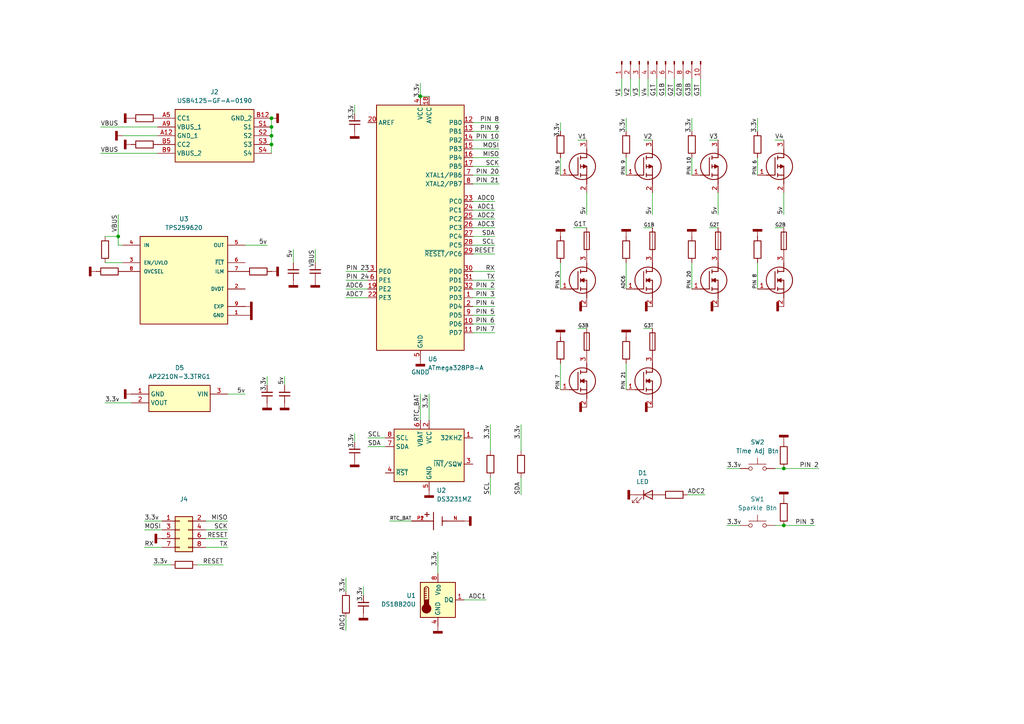
<source format=kicad_sch>
(kicad_sch (version 20231120) (generator "eeschema") (generator_version "8.0")
  (paper "A4")
  (junction (at 121.92 27.94))
  (junction (at 227.33 152.4))
  (junction (at 227.33 135.89))
  (junction (at 78.74 39.37))
  (junction (at 78.74 34.29))
  (junction (at 78.74 41.91))
  (junction (at 34.29 68.58))
  (junction (at 78.74 36.83))
  (wire (pts (xy 44.45 163.83) (xy 49.53 163.83)))
  (wire (pts (xy 121.92 114.3) (xy 121.92 121.92)))
  (wire (pts (xy 85.09 76.2) (xy 85.09 72.39)))
  (wire (pts (xy 162.56 76.2) (xy 162.56 83.82)))
  (wire (pts (xy 34.29 68.58) (xy 34.29 71.12)))
  (wire (pts (xy 181.61 76.2) (xy 181.61 83.82)))
  (wire (pts (xy 106.68 129.54) (xy 111.76 129.54)))
  (wire (pts (xy 102.87 125.73) (xy 102.87 128.27)))
  (wire (pts (xy 30.48 68.58) (xy 34.29 68.58)))
  (wire (pts (xy 137.16 78.74) (xy 143.51 78.74)))
  (wire (pts (xy 151.13 123.19) (xy 151.13 130.81)))
  (wire (pts (xy 30.48 76.2) (xy 35.56 76.2)))
  (wire (pts (xy 137.16 40.64) (xy 144.78 40.64)))
  (wire (pts (xy 182.88 22.86) (xy 182.88 27.94)))
  (wire (pts (xy 193.04 22.86) (xy 193.04 27.94)))
  (wire (pts (xy 102.87 30.48) (xy 102.87 33.02)))
  (wire (pts (xy 200.66 45.72) (xy 200.66 50.8)))
  (wire (pts (xy 57.15 163.83) (xy 64.77 163.83)))
  (wire (pts (xy 113.03 151.13) (xy 119.38 151.13)))
  (wire (pts (xy 106.68 127) (xy 111.76 127)))
  (wire (pts (xy 137.16 53.34) (xy 144.78 53.34)))
  (wire (pts (xy 34.29 71.12) (xy 35.56 71.12)))
  (wire (pts (xy 137.16 66.04) (xy 143.51 66.04)))
  (wire (pts (xy 137.16 83.82) (xy 143.51 83.82)))
  (wire (pts (xy 41.91 151.13) (xy 46.99 151.13)))
  (wire (pts (xy 78.74 34.29) (xy 78.74 36.83)))
  (wire (pts (xy 219.71 76.2) (xy 219.71 83.82)))
  (wire (pts (xy 181.61 45.72) (xy 181.61 50.8)))
  (wire (pts (xy 227.33 55.88) (xy 227.33 62.23)))
  (wire (pts (xy 137.16 63.5) (xy 143.51 63.5)))
  (wire (pts (xy 227.33 135.89) (xy 224.79 135.89)))
  (wire (pts (xy 224.79 66.04) (xy 227.33 66.04)))
  (wire (pts (xy 100.33 78.74) (xy 106.68 78.74)))
  (wire (pts (xy 186.69 95.25) (xy 189.23 95.25)))
  (wire (pts (xy 199.39 143.51) (xy 204.47 143.51)))
  (wire (pts (xy 137.16 68.58) (xy 143.51 68.58)))
  (wire (pts (xy 162.56 45.72) (xy 162.56 50.8)))
  (wire (pts (xy 77.47 109.22) (xy 77.47 111.76)))
  (wire (pts (xy 41.91 158.75) (xy 46.99 158.75)))
  (wire (pts (xy 78.74 39.37) (xy 78.74 41.91)))
  (wire (pts (xy 137.16 91.44) (xy 143.51 91.44)))
  (wire (pts (xy 186.69 66.04) (xy 189.23 66.04)))
  (wire (pts (xy 124.46 114.3) (xy 124.46 121.92)))
  (wire (pts (xy 181.61 34.29) (xy 181.61 38.1)))
  (wire (pts (xy 200.66 22.86) (xy 200.66 27.94)))
  (wire (pts (xy 166.37 66.04) (xy 170.18 66.04)))
  (wire (pts (xy 137.16 43.18) (xy 144.78 43.18)))
  (wire (pts (xy 208.28 55.88) (xy 208.28 62.23)))
  (wire (pts (xy 35.56 39.37) (xy 45.72 39.37)))
  (wire (pts (xy 137.16 86.36) (xy 143.51 86.36)))
  (wire (pts (xy 59.69 153.67) (xy 66.04 153.67)))
  (wire (pts (xy 34.29 62.23) (xy 34.29 68.58)))
  (wire (pts (xy 137.16 71.12) (xy 143.51 71.12)))
  (wire (pts (xy 137.16 38.1) (xy 144.78 38.1)))
  (wire (pts (xy 100.33 86.36) (xy 106.68 86.36)))
  (wire (pts (xy 29.21 36.83) (xy 45.72 36.83)))
  (wire (pts (xy 121.92 27.94) (xy 124.46 27.94)))
  (wire (pts (xy 219.71 34.29) (xy 219.71 38.1)))
  (wire (pts (xy 71.12 71.12) (xy 77.47 71.12)))
  (wire (pts (xy 137.16 73.66) (xy 143.51 73.66)))
  (wire (pts (xy 127 160.02) (xy 127 166.37)))
  (wire (pts (xy 41.91 153.67) (xy 46.99 153.67)))
  (wire (pts (xy 137.16 48.26) (xy 144.78 48.26)))
  (wire (pts (xy 30.48 116.84) (xy 38.1 116.84)))
  (wire (pts (xy 151.13 138.43) (xy 151.13 143.51)))
  (wire (pts (xy 198.12 22.86) (xy 198.12 27.94)))
  (wire (pts (xy 100.33 81.28) (xy 106.68 81.28)))
  (wire (pts (xy 186.69 40.64) (xy 189.23 40.64)))
  (wire (pts (xy 227.33 135.89) (xy 237.49 135.89)))
  (wire (pts (xy 162.56 35.56) (xy 162.56 38.1)))
  (wire (pts (xy 137.16 60.96) (xy 143.51 60.96)))
  (wire (pts (xy 82.55 109.22) (xy 82.55 111.76)))
  (wire (pts (xy 137.16 45.72) (xy 144.78 45.72)))
  (wire (pts (xy 78.74 41.91) (xy 78.74 44.45)))
  (wire (pts (xy 170.18 55.88) (xy 170.18 62.23)))
  (wire (pts (xy 200.66 76.2) (xy 200.66 83.82)))
  (wire (pts (xy 121.92 24.13) (xy 121.92 27.94)))
  (wire (pts (xy 137.16 88.9) (xy 143.51 88.9)))
  (wire (pts (xy 205.74 40.64) (xy 208.28 40.64)))
  (wire (pts (xy 66.04 114.3) (xy 71.12 114.3)))
  (wire (pts (xy 59.69 158.75) (xy 66.04 158.75)))
  (wire (pts (xy 100.33 179.07) (xy 100.33 182.88)))
  (wire (pts (xy 200.66 34.29) (xy 200.66 38.1)))
  (wire (pts (xy 59.69 156.21) (xy 66.04 156.21)))
  (wire (pts (xy 105.41 170.18) (xy 105.41 172.72)))
  (wire (pts (xy 78.74 36.83) (xy 78.74 39.37)))
  (wire (pts (xy 167.64 40.64) (xy 170.18 40.64)))
  (wire (pts (xy 142.24 123.19) (xy 142.24 130.81)))
  (wire (pts (xy 91.44 76.2) (xy 91.44 72.39)))
  (wire (pts (xy 167.64 95.25) (xy 170.18 95.25)))
  (wire (pts (xy 180.34 22.86) (xy 180.34 27.94)))
  (wire (pts (xy 187.96 22.86) (xy 187.96 27.94)))
  (wire (pts (xy 134.62 173.99) (xy 140.97 173.99)))
  (wire (pts (xy 142.24 138.43) (xy 142.24 143.51)))
  (wire (pts (xy 189.23 55.88) (xy 189.23 62.23)))
  (wire (pts (xy 205.74 66.04) (xy 208.28 66.04)))
  (wire (pts (xy 100.33 167.64) (xy 100.33 171.45)))
  (wire (pts (xy 210.82 135.89) (xy 214.63 135.89)))
  (wire (pts (xy 224.79 152.4) (xy 227.33 152.4)))
  (wire (pts (xy 162.56 105.41) (xy 162.56 113.03)))
  (wire (pts (xy 185.42 22.86) (xy 185.42 27.94)))
  (wire (pts (xy 137.16 35.56) (xy 144.78 35.56)))
  (wire (pts (xy 227.33 152.4) (xy 236.22 152.4)))
  (wire (pts (xy 137.16 58.42) (xy 143.51 58.42)))
  (wire (pts (xy 181.61 105.41) (xy 181.61 113.03)))
  (wire (pts (xy 137.16 96.52) (xy 143.51 96.52)))
  (wire (pts (xy 219.71 45.72) (xy 219.71 50.8)))
  (wire (pts (xy 137.16 93.98) (xy 143.51 93.98)))
  (wire (pts (xy 100.33 83.82) (xy 106.68 83.82)))
  (wire (pts (xy 29.21 44.45) (xy 45.72 44.45)))
  (wire (pts (xy 195.58 22.86) (xy 195.58 27.94)))
  (wire (pts (xy 137.16 81.28) (xy 143.51 81.28)))
  (wire (pts (xy 59.69 151.13) (xy 66.04 151.13)))
  (wire (pts (xy 224.79 40.64) (xy 227.33 40.64)))
  (wire (pts (xy 137.16 50.8) (xy 144.78 50.8)))
  (wire (pts (xy 210.82 152.4) (xy 214.63 152.4)))
  (wire (pts (xy 203.2 22.86) (xy 203.2 27.94)))
  (wire (pts (xy 190.5 22.86) (xy 190.5 27.94)))
  (label "V4" (at 187.96 27.94 90))
  (label "3.3v" (at 30.48 116.84 0))
  (label "PIN 20" (at 200.66 83.82 90) (effects (font (size 1 1))))
  (label "ADC6" (at 100.33 83.82 0))
  (label "ADC1" (at 140.97 173.99 180))
  (label "5v" (at 208.28 62.23 90))
  (label "ADC1" (at 143.51 60.96 180))
  (label "5v" (at 227.33 62.23 90))
  (label "PIN 21" (at 144.78 53.34 180))
  (label "PIN 2" (at 143.51 83.82 180))
  (label "G1T" (at 190.5 27.94 90))
  (label "PIN 3" (at 143.51 86.36 180))
  (label "3.3v" (at 210.82 152.4 0))
  (label "PIN 7" (at 143.51 96.52 180))
  (label "RESET" (at 143.51 73.66 180))
  (label "ADC3" (at 143.51 66.04 180))
  (label "5v" (at 77.47 71.12 180))
  (label "ADC7" (at 100.33 86.36 0))
  (label "SDA" (at 143.51 68.58 180))
  (label "G2T" (at 205.74 66.04 0) (effects (font (size 1 1))))
  (label "PIN 20" (at 144.78 50.8 180))
  (label "V2" (at 182.88 27.94 90))
  (label "SDA" (at 106.68 129.54 0))
  (label "G1B" (at 193.04 27.94 90))
  (label "3.3v" (at 181.61 34.29 270))
  (label "ADC2" (at 204.47 143.51 180))
  (label "3.3v" (at 200.66 34.29 270))
  (label "PIN 6" (at 143.51 93.98 180))
  (label "PIN 10" (at 144.78 40.64 180))
  (label "3.3v" (at 44.45 163.83 0))
  (label "MOSI" (at 41.91 153.67 0))
  (label "3.3v" (at 151.13 123.19 270))
  (label "5v" (at 71.12 114.3 180))
  (label "3.3v" (at 121.92 24.13 270))
  (label "G3B" (at 200.66 27.94 90))
  (label "5v" (at 82.55 109.22 270))
  (label "PIN 24" (at 100.33 81.28 0))
  (label "3.3v" (at 102.87 125.73 270))
  (label "PIN 9" (at 144.78 38.1 180))
  (label "MISO" (at 66.04 151.13 180))
  (label "V3" (at 205.74 40.64 0))
  (label "3.3v" (at 127 160.02 270))
  (label "SCK" (at 66.04 153.67 180))
  (label "RTC_BAT" (at 119.38 151.13 180) (effects (font (size 1 1))))
  (label "TX" (at 66.04 158.75 180))
  (label "3.3v" (at 100.33 167.64 270))
  (label "V4" (at 224.79 40.64 0))
  (label "G2B" (at 224.79 66.04 0) (effects (font (size 1 1))))
  (label "G2T" (at 195.58 27.94 90))
  (label "V2" (at 186.69 40.64 0))
  (label "3.3v" (at 77.47 109.22 270))
  (label "ADC2" (at 143.51 63.5 180))
  (label "5v" (at 189.23 62.23 90))
  (label "RTC_BAT" (at 121.92 114.3 270))
  (label "RX" (at 143.51 78.74 180))
  (label "SCL" (at 142.24 143.51 90))
  (label "ADC1" (at 100.33 182.88 90))
  (label "PIN 9" (at 181.61 50.8 90) (effects (font (size 1 1))))
  (label "G1B" (at 186.69 66.04 0) (effects (font (size 1 1))))
  (label "5v" (at 170.18 62.23 90))
  (label "G3B" (at 167.64 95.25 0) (effects (font (size 1 1))))
  (label "V1" (at 167.64 40.64 0))
  (label "G3T" (at 186.69 95.25 0) (effects (font (size 1 1))))
  (label "G2B" (at 198.12 27.94 90))
  (label "3.3v" (at 219.71 34.29 270))
  (label "3.3v" (at 105.41 170.18 270))
  (label "PIN 4" (at 143.51 88.9 180))
  (label "PIN 10" (at 200.66 50.8 90) (effects (font (size 1 1))))
  (label "MOSI" (at 144.78 43.18 180))
  (label "V1" (at 180.34 27.94 90))
  (label "3.3v" (at 124.46 114.3 270))
  (label "PIN 8" (at 219.71 83.82 90) (effects (font (size 1 1))))
  (label "PIN 5" (at 143.51 91.44 180))
  (label "3.3v" (at 210.82 135.89 0))
  (label "PIN 7" (at 162.56 113.03 90) (effects (font (size 1 1))))
  (label "G1T" (at 166.37 66.04 0))
  (label "3.3v" (at 41.91 151.13 0))
  (label "RESET" (at 66.04 156.21 180))
  (label "PIN 3" (at 236.22 152.4 180))
  (label "3.3v" (at 142.24 123.19 270))
  (label "PIN 24" (at 162.56 83.82 90) (effects (font (size 1 1))))
  (label "PIN 2" (at 237.49 135.89 180))
  (label "VBUS" (at 34.29 62.23 270))
  (label "3.3v" (at 102.87 30.48 270))
  (label "PIN 5" (at 162.56 50.8 90) (effects (font (size 1 1))))
  (label "ADC0" (at 143.51 58.42 180))
  (label "RX" (at 41.91 158.75 0))
  (label "ADC6" (at 181.61 83.82 90) (effects (font (size 1 1))))
  (label "VBUS" (at 29.21 36.83 0))
  (label "SDA" (at 151.13 143.51 90))
  (label "SCL" (at 106.68 127 0))
  (label "5v" (at 85.09 72.39 270))
  (label "PIN 23" (at 100.33 78.74 0))
  (label "RESET" (at 64.77 163.83 180))
  (label "PIN 8" (at 144.78 35.56 180))
  (label "V3" (at 185.42 27.94 90))
  (label "VBUS" (at 29.21 44.45 0))
  (label "TX" (at 143.51 81.28 180))
  (label "SCL" (at 143.51 71.12 180))
  (label "MISO" (at 144.78 45.72 180))
  (label "SCK" (at 144.78 48.26 180))
  (label "PIN 6" (at 219.71 50.8 90) (effects (font (size 1 1))))
  (label "PIN 21" (at 181.61 113.03 90) (effects (font (size 1 1))))
  (label "3.3v" (at 162.56 35.56 270))
  (label "G3T" (at 203.2 27.94 90))
  (label "VBUS" (at 91.44 72.39 270))
  (symbol (lib_id "power:GNDD") (at 189.23 88.9 270) (unit 1)
    (property "Reference" "#PWR011" (effects (hide yes)))
    (property "Value" "GNDD" (effects (hide yes)))
    (property "Description" "Power symbol creates a global label with name \"GNDD\" , digital ground" (effects (hide yes)))
  )
  (symbol (lib_id "Device:C_Small") (at 102.87 130.81 180) (unit 1)
    (property "Reference" "C2" (effects (hide yes)))
    (property "Value" "0.1uF" (effects (hide yes)))
    (property "Footprint" "Capacitor_SMD:C_0805_2012Metric" (effects (hide yes)))
  )
  (symbol (lib_id "Device:R") (at 142.24 134.62 0) (unit 1)
    (property "Reference" "R11" (effects (hide yes)))
    (property "Value" "4.7k" (effects (hide yes)))
    (property "Footprint" "Resistor_SMD:R_0805_2012Metric" (effects (hide yes)))
  )
  (symbol (lib_id "Device:R") (at 195.58 143.51 90) (unit 1)
    (property "Reference" "R18" (effects (hide yes)))
    (property "Value" "60" (effects (hide yes)))
    (property "Footprint" "Resistor_SMD:R_0805_2012Metric" (effects (hide yes)))
  )
  (symbol (lib_id "Timer_RTC:DS3231MZ") (at 124.46 132.08 0) (unit 1)
    (property "Reference" "U2" (at 126.6541 142.24 0) (effects (justify left)))
    (property "Value" "DS3231MZ" (at 126.6541 144.78 0) (effects (justify left)))
    (property "Footprint" "Package_SO:SOIC-8_3.9x4.9mm_P1.27mm" (effects (hide yes)))
    (property "Datasheet" "http://datasheets.maximintegrated.com/en/ds/DS3231M.pdf" (effects (hide yes)))
  )
  (symbol (lib_id "power:GNDD") (at 102.87 133.35 0) (unit 1)
    (property "Reference" "#PWR048" (effects (hide yes)))
    (property "Value" "GNDD" (effects (hide yes)))
    (property "Description" "Power symbol creates a global label with name \"GNDD\" , digital ground" (effects (hide yes)))
  )
  (symbol (lib_id "power:GNDD") (at 82.55 116.84 0) (unit 1)
    (property "Reference" "#PWR018" (effects (hide yes)))
    (property "Value" "GNDD" (effects (hide yes)))
    (property "Description" "Power symbol creates a global label with name \"GNDD\" , digital ground" (effects (hide yes)))
  )
  (symbol (lib_id "Sensor_Temperature:DS18B20U") (at 127 173.99 0) (unit 1)
    (property "Reference" "U1" (at 120.65 172.7199 0) (effects (justify right)))
    (property "Value" "DS18B20U" (at 120.65 175.2599 0) (effects (justify right)))
    (property "Footprint" "Package_SO:MSOP-8_3x3mm_P0.65mm" (effects (hide yes)))
    (property "Datasheet" "http://datasheets.maximintegrated.com/en/ds/DS18B20.pdf" (effects (hide yes)))
    (property "Description" "Programmable Resolution 1-Wire Digital Thermometer MSOP-8" (effects (hide yes)))
  )
  (symbol (lib_id "Device:R") (at 162.56 101.6 0) (unit 1)
    (property "Reference" "R7" (effects (hide yes)))
    (property "Value" "10k" (effects (hide yes)))
    (property "Footprint" "Resistor_SMD:R_0805_2012Metric" (effects (hide yes)))
  )
  (symbol (lib_id "power:GNDD") (at 102.87 38.1 0) (unit 1)
    (property "Reference" "#PWR044" (effects (hide yes)))
    (property "Value" "GNDD" (effects (hide yes)))
    (property "Description" "Power symbol creates a global label with name \"GNDD\" , digital ground" (effects (hide yes)))
  )
  (symbol (lib_id "power:GNDD") (at 71.12 91.44 90) (unit 1)
    (property "Reference" "#PWR014" (effects (hide yes)))
    (property "Value" "GNDD" (effects (hide yes)))
    (property "Description" "Power symbol creates a global label with name \"GNDD\" , digital ground" (effects (hide yes)))
  )
  (symbol (lib_id "power:GNDD") (at 38.1 34.29 270) (unit 1)
    (property "Reference" "#PWR024" (effects (hide yes)))
    (property "Value" "GNDD" (effects (hide yes)))
    (property "Description" "Power symbol creates a global label with name \"GNDD\" , digital ground" (effects (hide yes)))
  )
  (symbol (lib_id "power:GNDD") (at 208.28 88.9 270) (unit 1)
    (property "Reference" "#PWR012" (effects (hide yes)))
    (property "Value" "GNDD" (effects (hide yes)))
    (property "Description" "Power symbol creates a global label with name \"GNDD\" , digital ground" (effects (hide yes)))
  )
  (symbol (lib_id "power:GNDD") (at 170.18 88.9 270) (unit 1)
    (property "Reference" "#PWR07" (effects (hide yes)))
    (property "Value" "GNDD" (effects (hide yes)))
    (property "Description" "Power symbol creates a global label with name \"GNDD\" , digital ground" (effects (hide yes)))
  )
  (symbol (lib_id "power:GNDD") (at 170.18 118.11 270) (unit 1)
    (property "Reference" "#PWR09" (effects (hide yes)))
    (property "Value" "GNDD" (effects (hide yes)))
    (property "Description" "Power symbol creates a global label with name \"GNDD\" , digital ground" (effects (hide yes)))
  )
  (symbol (lib_id "Device:R") (at 53.34 163.83 90) (unit 1)
    (property "Reference" "R17" (effects (hide yes)))
    (property "Value" "10k" (effects (hide yes)))
    (property "Footprint" "Resistor_SMD:R_0805_2012Metric" (effects (hide yes)))
  )
  (symbol (lib_id "Device:R") (at 227.33 148.59 0) (unit 1)
    (property "Reference" "R14" (effects (hide yes)))
    (property "Value" "10k" (effects (hide yes)))
    (property "Footprint" "Resistor_SMD:R_0805_2012Metric" (effects (hide yes)))
  )
  (symbol (lib_id "power:GNDD") (at 181.61 97.79 180) (unit 1)
    (property "Reference" "#PWR02" (effects (hide yes)))
    (property "Value" "GNDD" (effects (hide yes)))
    (property "Description" "Power symbol creates a global label with name \"GNDD\" , digital ground" (effects (hide yes)))
  )
  (symbol (lib_id "Clock:DMN2020LSN-7") (at 181.61 83.82 0) (unit 1)
    (property "Reference" "Q10" (effects (hide yes)))
    (property "Value" "DMN2020LSN-7" (effects (hide yes)))
    (property "Footprint" "Clock:SOT95P285X130-3N" (effects (hide yes)))
    (property "Datasheet" "https://www.diodes.com//assets/Datasheets/ds31946.pdf" (effects (hide yes)))
    (property "Description" "MOSFET N-Channel 20V 6.9A SC-59 Diodes Inc DMN2020LSN-7 N-channel MOSFET Transistor, 6.9 A, 20 V, 3-Pin SC-59" (effects (hide yes)))
    (property "Height" "1.3" (effects (hide yes)))
    (property "Mouser Part Number" "621-DMN2020LSN-7" (effects (hide yes)))
    (property "Mouser Price/Stock" "https://www.mouser.co.uk/ProductDetail/Diodes-Incorporated/DMN2020LSN-7?qs=uwE%252BXfKqZqRGQwhszVbmkg%3D%3D" (effects (hide yes)))
    (property "Manufacturer_Name" "Diodes Incorporated" (effects (hide yes)))
    (property "Manufacturer_Part_Number" "DMN2020LSN-7" (effects (hide yes)))
    (property "Arrow Part Number" "DMN2020LSN-7" (effects (hide yes)))
    (property "Arrow Price/Stock" "https://www.arrow.com/en/products/dmn2020lsn-7/diodes-incorporated?region=nac" (effects (hide yes)))
  )
  (symbol (lib_id "Device:Fuse") (at 170.18 69.85 180) (unit 1)
    (property "Reference" "F1" (effects (hide yes)))
    (property "Value" "0.375 A" (effects (hide yes)))
    (property "Footprint" "Fuse:Fuse_0603_1608Metric" (effects (hide yes)))
    (property "Description" "Fuse" (effects (hide yes)))
  )
  (symbol (lib_id "power:GNDD") (at 78.74 78.74 90) (unit 1)
    (property "Reference" "#PWR016" (effects (hide yes)))
    (property "Value" "GNDD" (effects (hide yes)))
    (property "Description" "Power symbol creates a global label with name \"GNDD\" , digital ground" (effects (hide yes)))
  )
  (symbol (lib_id "power:GNDD") (at 91.44 81.28 0) (unit 1)
    (property "Reference" "#PWR032" (effects (hide yes)))
    (property "Value" "GNDD" (effects (hide yes)))
    (property "Description" "Power symbol creates a global label with name \"GNDD\" , digital ground" (effects (hide yes)))
  )
  (symbol (lib_id "Device:R") (at 200.66 72.39 0) (unit 1)
    (property "Reference" "R9" (effects (hide yes)))
    (property "Value" "10k" (effects (hide yes)))
    (property "Footprint" "Resistor_SMD:R_0805_2012Metric" (effects (hide yes)))
  )
  (symbol (lib_id "power:GNDD") (at 35.56 39.37 270) (unit 1)
    (property "Reference" "#PWR028" (effects (hide yes)))
    (property "Value" "GNDD" (effects (hide yes)))
    (property "Description" "Power symbol creates a global label with name \"GNDD\" , digital ground" (effects (hide yes)))
  )
  (symbol (lib_id "power:GNDD") (at 227.33 128.27 180) (unit 1)
    (property "Reference" "#PWR031" (effects (hide yes)))
    (property "Value" "GNDD" (effects (hide yes)))
    (property "Description" "Power symbol creates a global label with name \"GNDD\" , digital ground" (effects (hide yes)))
  )
  (symbol (lib_id "power:GNDD") (at 78.74 34.29 90) (unit 1)
    (property "Reference" "#PWR025" (effects (hide yes)))
    (property "Value" "GNDD" (effects (hide yes)))
    (property "Description" "Power symbol creates a global label with name \"GNDD\" , digital ground" (effects (hide yes)))
  )
  (symbol (lib_id "Device:R") (at 227.33 132.08 0) (unit 1)
    (property "Reference" "R13" (effects (hide yes)))
    (property "Value" "10k" (effects (hide yes)))
    (property "Footprint" "Resistor_SMD:R_0805_2012Metric" (effects (hide yes)))
  )
  (symbol (lib_id "power:GNDD") (at 46.99 156.21 270) (unit 1)
    (property "Reference" "#PWR019" (effects (hide yes)))
    (property "Value" "GNDD" (effects (hide yes)))
    (property "Description" "Power symbol creates a global label with name \"GNDD\" , digital ground" (effects (hide yes)))
  )
  (symbol (lib_id "Clock:SI2393DS-T1-GE3") (at 219.71 50.8 0) (unit 1)
    (property "Reference" "Q4" (effects (hide yes)))
    (property "Value" "PMV35EPER" (effects (hide yes)))
    (property "Footprint" "Clock:SOT95P237X112-3N" (effects (hide yes)))
    (property "Datasheet" "https://www.arrow.com/en/products/si2393ds-t1-ge3/vishay" (effects (hide yes)))
    (property "Description" "P-Channel 30-V (D-S) MOSFET SOT-23 , 22.7 m @ 10V  m @ 7.5V 33 m @ 4.5V" (effects (hide yes)))
    (property "Height" "1.12" (effects (hide yes)))
    (property "Mouser Part Number" "78-SI2393DS-T1-GE3" (effects (hide yes)))
    (property "Mouser Price/Stock" "https://www.mouser.co.uk/ProductDetail/Vishay-Semiconductors/SI2393DS-T1-GE3?qs=BJlw7L4Cy7%2FUF13oxTStOQ%3D%3D" (effects (hide yes)))
    (property "Manufacturer_Name" "Vishay" (effects (hide yes)))
    (property "Manufacturer_Part_Number" "SI2393DS-T1-GE3" (effects (hide yes)))
    (property "Arrow Part Number" "SI2393DS-T1-GE3" (effects (hide yes)))
    (property "Arrow Price/Stock" "https://www.arrow.com/en/products/si2393ds-t1-ge3/vishay?region=nac" (effects (hide yes)))
  )
  (symbol (lib_id "Device:C_Small") (at 82.55 114.3 180) (unit 1)
    (property "Reference" "C6" (effects (hide yes)))
    (property "Value" "1uF" (effects (hide yes)))
    (property "Footprint" "Capacitor_SMD:C_0805_2012Metric" (effects (hide yes)))
  )
  (symbol (lib_id "Device:R") (at 100.33 175.26 0) (unit 1)
    (property "Reference" "R20" (effects (hide yes)))
    (property "Value" "4.7k" (effects (hide yes)))
    (property "Footprint" "Resistor_SMD:R_0805_2012Metric" (effects (hide yes)))
  )
  (symbol (lib_id "power:GNDD") (at 38.1 114.3 270) (unit 1)
    (property "Reference" "#PWR013" (effects (hide yes)))
    (property "Value" "GNDD" (effects (hide yes)))
    (property "Description" "Power symbol creates a global label with name \"GNDD\" , digital ground" (effects (hide yes)))
  )
  (symbol (lib_id "Device:R") (at 30.48 72.39 0) (unit 1)
    (property "Reference" "R22" (effects (hide yes)))
    (property "Value" "400k" (effects (hide yes)))
    (property "Footprint" "Resistor_SMD:R_0805_2012Metric" (effects (hide yes)))
  )
  (symbol (lib_id "Device:C_Small") (at 91.44 78.74 180) (unit 1)
    (property "Reference" "C4" (effects (hide yes)))
    (property "Value" "0.1uF" (effects (hide yes)))
    (property "Footprint" "Capacitor_SMD:C_0805_2012Metric" (effects (hide yes)))
  )
  (symbol (lib_id "Clock:TPS259621DDAT") (at 53.34 81.28 0) (unit 1)
    (property "Reference" "U3" (at 53.34 63.5 0))
    (property "Value" "TPS259620" (at 53.34 66.04 0))
    (property "Footprint" "Clock:IC_TPS259621DDAT" (effects (hide yes)))
    (property "MF" "Texas Instruments" (effects (hide yes)))
    (property "Package" "HSOIC-8 Texas Instruments" (effects (hide yes)))
    (property "Price" "None" (effects (hide yes)))
    (property "Check_prices" "https://www.snapeda.com/parts/TPS259621DDAT/Texas+Instruments/view-part/?ref=eda" (effects (hide yes)))
    (property "STANDARD" "Manufacturer Recommendations" (effects (hide yes)))
    (property "PARTREV" "A" (effects (hide yes)))
    (property "SnapEDA_Link" "https://www.snapeda.com/parts/TPS259621DDAT/Texas+Instruments/view-part/?ref=snap" (effects (hide yes)))
    (property "MP" "TPS259621DDAT" (effects (hide yes)))
    (property "Purchase-URL" "https://www.snapeda.com/api/url_track_click_mouser/?unipart_id=4423136&manufacturer=Texas Instruments&part_name=TPS259621DDAT&search_term=None" (effects (hide yes)))
    (property "Availability" "In Stock" (effects (hide yes)))
    (property "MANUFACTURER" "Texas Instruments" (effects (hide yes)))
    (property "Description_1" "\n2.7-V to 19-V, 85mΩ, 0.13-2A eFuse with selectable over voltage protection clamp in leaded package\n" (effects (hide yes)))
  )
  (symbol (lib_id "Device:R") (at 200.66 41.91 0) (unit 1)
    (property "Reference" "R3" (effects (hide yes)))
    (property "Value" "10k" (effects (hide yes)))
    (property "Footprint" "Resistor_SMD:R_0805_2012Metric" (effects (hide yes)))
  )
  (symbol (lib_id "Device:R") (at 74.93 78.74 270) (unit 1)
    (property "Reference" "R19" (effects (hide yes)))
    (property "Value" "500" (effects (hide yes)))
    (property "Footprint" "Resistor_SMD:R_0805_2012Metric" (effects (hide yes)))
  )
  (symbol (lib_id "Device:Fuse") (at 189.23 99.06 180) (unit 1)
    (property "Reference" "F6" (effects (hide yes)))
    (property "Value" "0.375 A" (effects (hide yes)))
    (property "Footprint" "Fuse:Fuse_0603_1608Metric" (effects (hide yes)))
    (property "Description" "Fuse" (effects (hide yes)))
  )
  (symbol (lib_id "power:GNDD") (at 162.56 68.58 180) (unit 1)
    (property "Reference" "#PWR01" (effects (hide yes)))
    (property "Value" "GNDD" (effects (hide yes)))
    (property "Description" "Power symbol creates a global label with name \"GNDD\" , digital ground" (effects (hide yes)))
  )
  (symbol (lib_id "power:GNDD") (at 105.41 177.8 0) (unit 1)
    (property "Reference" "#PWR050" (effects (hide yes)))
    (property "Value" "GNDD" (effects (hide yes)))
    (property "Description" "Power symbol creates a global label with name \"GNDD\" , digital ground" (effects (hide yes)))
  )
  (symbol (lib_id "Clock:SI2393DS-T1-GE3") (at 162.56 50.8 0) (unit 1)
    (property "Reference" "Q1" (effects (hide yes)))
    (property "Value" "PMV35EPER" (effects (hide yes)))
    (property "Footprint" "Clock:SOT95P237X112-3N" (effects (hide yes)))
    (property "Datasheet" "https://www.arrow.com/en/products/si2393ds-t1-ge3/vishay" (effects (hide yes)))
    (property "Description" "P-Channel 30-V (D-S) MOSFET SOT-23 , 22.7 m @ 10V  m @ 7.5V 33 m @ 4.5V" (effects (hide yes)))
    (property "Height" "1.12" (effects (hide yes)))
    (property "Manufacturer_Name" "Vishay" (effects (hide yes)))
    (property "Manufacturer_Part_Number" "SI2393DS-T1-GE3" (effects (hide yes)))
    (property "Mouser Part Number" "78-SI2393DS-T1-GE3" (effects (hide yes)))
    (property "Mouser Price/Stock" "https://www.mouser.co.uk/ProductDetail/Vishay-Semiconductors/SI2393DS-T1-GE3?qs=BJlw7L4Cy7%2FUF13oxTStOQ%3D%3D" (effects (hide yes)))
    (property "Arrow Part Number" "SI2393DS-T1-GE3" (effects (hide yes)))
    (property "Arrow Price/Stock" "https://www.arrow.com/en/products/si2393ds-t1-ge3/vishay?region=nac" (effects (hide yes)))
  )
  (symbol (lib_id "Device:Fuse") (at 227.33 69.85 180) (unit 1)
    (property "Reference" "F4" (effects (hide yes)))
    (property "Value" "0.375 A" (effects (hide yes)))
    (property "Footprint" "Fuse:Fuse_0603_1608Metric" (effects (hide yes)))
    (property "Description" "Fuse" (effects (hide yes)))
  )
  (symbol (lib_id "Device:R") (at 162.56 72.39 0) (unit 1)
    (property "Reference" "R5" (effects (hide yes)))
    (property "Value" "10k" (effects (hide yes)))
    (property "Footprint" "Resistor_SMD:R_0805_2012Metric" (effects (hide yes)))
  )
  (symbol (lib_id "Device:R") (at 151.13 134.62 0) (unit 1)
    (property "Reference" "R12" (effects (hide yes)))
    (property "Value" "4.7k" (effects (hide yes)))
    (property "Footprint" "Resistor_SMD:R_0805_2012Metric" (effects (hide yes)))
  )
  (symbol (lib_id "Device:C_Small") (at 85.09 78.74 180) (unit 1)
    (property "Reference" "C1" (effects (hide yes)))
    (property "Value" "1uF" (effects (hide yes)))
    (property "Footprint" "Capacitor_SMD:C_0805_2012Metric" (effects (hide yes)))
  )
  (symbol (lib_id "Switch:SW_Push") (at 219.71 152.4 0) (unit 1)
    (property "Reference" "SW1" (at 219.71 144.78 0))
    (property "Value" "Sparkle Btn" (at 219.71 147.32 0))
    (property "Footprint" "Button_Switch_THT:SW_PUSH_6mm" (effects (hide yes)))
    (property "Description" "Push button switch, generic, two pins" (effects (hide yes)))
  )
  (symbol (lib_id "Device:Fuse") (at 170.18 99.06 180) (unit 1)
    (property "Reference" "F5" (effects (hide yes)))
    (property "Value" "0.375 A" (effects (hide yes)))
    (property "Footprint" "Fuse:Fuse_0603_1608Metric" (effects (hide yes)))
    (property "Description" "Fuse" (effects (hide yes)))
  )
  (symbol (lib_id "Device:R") (at 181.61 101.6 0) (unit 1)
    (property "Reference" "R6" (effects (hide yes)))
    (property "Value" "10k" (effects (hide yes)))
    (property "Footprint" "Resistor_SMD:R_0805_2012Metric" (effects (hide yes)))
  )
  (symbol (lib_id "power:GNDD") (at 77.47 116.84 0) (unit 1)
    (property "Reference" "#PWR017" (effects (hide yes)))
    (property "Value" "GNDD" (effects (hide yes)))
    (property "Description" "Power symbol creates a global label with name \"GNDD\" , digital ground" (effects (hide yes)))
  )
  (symbol (lib_id "Device:R") (at 181.61 72.39 0) (unit 1)
    (property "Reference" "R10" (effects (hide yes)))
    (property "Value" "10k" (effects (hide yes)))
    (property "Footprint" "Resistor_SMD:R_0805_2012Metric" (effects (hide yes)))
  )
  (symbol (lib_id "Device:R") (at 219.71 72.39 0) (unit 1)
    (property "Reference" "R8" (effects (hide yes)))
    (property "Value" "10k" (effects (hide yes)))
    (property "Footprint" "Resistor_SMD:R_0805_2012Metric" (effects (hide yes)))
  )
  (symbol (lib_id "Clock:AP2210N-3.3TRG1") (at 38.1 114.3 0) (unit 1)
    (property "Reference" "D5" (at 52.07 106.68 0))
    (property "Value" "AP2210N-3.3TRG1" (at 52.07 109.22 0))
    (property "Footprint" "Clock:SOT95P282X145-3N" (effects (hide yes)))
    (property "Datasheet" "https://www.diodes.com//assets/Datasheets/AP2210.pdf" (effects (hide yes)))
    (property "Description" "DiodesZetex AP2210N-3.3TRG1, Low Noise LDO Voltage Regulator, 300mA, 3.3 V +/-2%, 2.5  13.2 Vin, 3-Pin SOT-23" (effects (hide yes)))
    (property "Height" "1.45" (effects (hide yes)))
    (property "Manufacturer_Name" "Diodes Incorporated" (effects (hide yes)))
    (property "Manufacturer_Part_Number" "AP2210N-3.3TRG1" (effects (hide yes)))
    (property "Mouser Part Number" "621-AP2210N-3.3TRG1" (effects (hide yes)))
    (property "Mouser Price/Stock" "https://www.mouser.co.uk/ProductDetail/Diodes-Incorporated/AP2210N-3.3TRG1?qs=x6A8l6qLYDCg5Ghihwjj3A%3D%3D" (effects (hide yes)))
    (property "Arrow Part Number" "AP2210N-3.3TRG1" (effects (hide yes)))
    (property "Arrow Price/Stock" "https://www.arrow.com/en/products/ap2210n-3.3trg1/diodes-incorporated?region=nac" (effects (hide yes)))
  )
  (symbol (lib_id "power:GNDD") (at 27.94 78.74 270) (unit 1)
    (property "Reference" "#PWR020" (effects (hide yes)))
    (property "Value" "GNDD" (effects (hide yes)))
    (property "Description" "Power symbol creates a global label with name \"GNDD\" , digital ground" (effects (hide yes)))
  )
  (symbol (lib_id "Clock:SI2393DS-T1-GE3") (at 181.61 50.8 0) (unit 1)
    (property "Reference" "Q2" (effects (hide yes)))
    (property "Value" "PMV35EPER" (effects (hide yes)))
    (property "Footprint" "Clock:SOT95P237X112-3N" (effects (hide yes)))
    (property "Datasheet" "https://www.arrow.com/en/products/si2393ds-t1-ge3/vishay" (effects (hide yes)))
    (property "Description" "P-Channel 30-V (D-S) MOSFET SOT-23 , 22.7 m @ 10V  m @ 7.5V 33 m @ 4.5V" (effects (hide yes)))
    (property "Height" "1.12" (effects (hide yes)))
    (property "Mouser Part Number" "78-SI2393DS-T1-GE3" (effects (hide yes)))
    (property "Mouser Price/Stock" "https://www.mouser.co.uk/ProductDetail/Vishay-Semiconductors/SI2393DS-T1-GE3?qs=BJlw7L4Cy7%2FUF13oxTStOQ%3D%3D" (effects (hide yes)))
    (property "Manufacturer_Name" "Vishay" (effects (hide yes)))
    (property "Manufacturer_Part_Number" "SI2393DS-T1-GE3" (effects (hide yes)))
    (property "Arrow Part Number" "SI2393DS-T1-GE3" (effects (hide yes)))
    (property "Arrow Price/Stock" "https://www.arrow.com/en/products/si2393ds-t1-ge3/vishay?region=nac" (effects (hide yes)))
  )
  (symbol (lib_id "Clock:USB4125-GF-A-0190") (at 45.72 34.29 0) (unit 1)
    (property "Reference" "J2" (at 62.23 26.67 0))
    (property "Value" "USB4125-GF-A-0190" (at 62.23 29.21 0))
    (property "Footprint" "Clock:GCT_USB4125-GF-A-0190_REVA2" (effects (hide yes)))
    (property "Datasheet" "https://eu.mouser.com/datasheet/2/837/usb4125-2448699.pdf" (effects (hide yes)))
    (property "Description" "USB Connectors USB C Rec GF RA 6P SMT TH Stakes 1.9mm" (effects (hide yes)))
    (property "Manufacturer_Name" "GCT (GLOBAL CONNECTOR TECHNOLOGY)" (effects (hide yes)))
    (property "Manufacturer_Part_Number" "USB4125-GF-A-0190" (effects (hide yes)))
    (property "Mouser Part Number" "640-USB4125-GF-A-190" (effects (hide yes)))
    (property "Mouser Price/Stock" "https://www.mouser.co.uk/ProductDetail/GCT/USB4125-GF-A-0190?qs=QNEnbhJQKvbCz4hEJBS24w%3D%3D" (effects (hide yes)))
  )
  (symbol (lib_id "Device:R") (at 41.91 34.29 90) (unit 1)
    (property "Reference" "R15" (effects (hide yes)))
    (property "Value" "5.1k" (effects (hide yes)))
    (property "Footprint" "Resistor_SMD:R_0805_2012Metric" (effects (hide yes)))
  )
  (symbol (lib_id "power:GNDD") (at 189.23 118.11 270) (unit 1)
    (property "Reference" "#PWR08" (effects (hide yes)))
    (property "Value" "GNDD" (effects (hide yes)))
    (property "Description" "Power symbol creates a global label with name \"GNDD\" , digital ground" (effects (hide yes)))
  )
  (symbol (lib_id "Clock:DMN2020LSN-7") (at 181.61 113.03 0) (unit 1)
    (property "Reference" "Q6" (effects (hide yes)))
    (property "Value" "DMN2020LSN-7" (effects (hide yes)))
    (property "Footprint" "Clock:SOT95P285X130-3N" (effects (hide yes)))
    (property "Datasheet" "https://www.diodes.com//assets/Datasheets/ds31946.pdf" (effects (hide yes)))
    (property "Description" "MOSFET N-Channel 20V 6.9A SC-59 Diodes Inc DMN2020LSN-7 N-channel MOSFET Transistor, 6.9 A, 20 V, 3-Pin SC-59" (effects (hide yes)))
    (property "Height" "1.3" (effects (hide yes)))
    (property "Mouser Part Number" "621-DMN2020LSN-7" (effects (hide yes)))
    (property "Mouser Price/Stock" "https://www.mouser.co.uk/ProductDetail/Diodes-Incorporated/DMN2020LSN-7?qs=uwE%252BXfKqZqRGQwhszVbmkg%3D%3D" (effects (hide yes)))
    (property "Manufacturer_Name" "Diodes Incorporated" (effects (hide yes)))
    (property "Manufacturer_Part_Number" "DMN2020LSN-7" (effects (hide yes)))
    (property "Arrow Part Number" "DMN2020LSN-7" (effects (hide yes)))
    (property "Arrow Price/Stock" "https://www.arrow.com/en/products/dmn2020lsn-7/diodes-incorporated?region=nac" (effects (hide yes)))
  )
  (symbol (lib_id "power:GNDD") (at 121.92 104.14 0) (unit 1)
    (property "Reference" "#PWR015" (effects (hide yes)))
    (property "Value" "GNDD" (at 121.92 107.95 0))
    (property "Description" "Power symbol creates a global label with name \"GNDD\" , digital ground" (effects (hide yes)))
  )
  (symbol (lib_id "power:GNDD") (at 124.46 142.24 0) (unit 1)
    (property "Reference" "#PWR029" (effects (hide yes)))
    (property "Value" "GNDD" (effects (hide yes)))
    (property "Description" "Power symbol creates a global label with name \"GNDD\" , digital ground" (effects (hide yes)))
  )
  (symbol (lib_id "power:GNDD") (at 184.15 143.51 270) (unit 1)
    (property "Reference" "#PWR045" (effects (hide yes)))
    (property "Value" "GNDD" (effects (hide yes)))
    (property "Description" "Power symbol creates a global label with name \"GNDD\" , digital ground" (effects (hide yes)))
  )
  (symbol (lib_id "Device:LED") (at 187.96 143.51 0) (unit 1)
    (property "Reference" "D1" (at 186.3725 137.16 0))
    (property "Value" "LED" (at 186.3725 139.7 0))
    (property "Footprint" "LED_SMD:LED_0805_2012Metric" (effects (hide yes)))
  )
  (symbol (lib_id "MCU_Microchip_ATmega:ATmega328PB-A") (at 121.92 66.04 0) (unit 1)
    (property "Reference" "U6" (at 124.1141 104.14 0) (effects (justify left)))
    (property "Value" "ATmega328PB-A" (at 124.1141 106.68 0) (effects (justify left)))
    (property "Footprint" "Package_QFP:TQFP-32_7x7mm_P0.8mm" (effects (hide yes)))
    (property "Datasheet" "http://ww1.microchip.com/downloads/en/DeviceDoc/40001906C.pdf" (effects (hide yes)))
    (property "Description" "20MHz, 32kB Flash, 2kB SRAM, 1kB EEPROM, TQFP-32" (effects (hide yes)))
  )
  (symbol (lib_id "Device:R") (at 162.56 41.91 0) (unit 1)
    (property "Reference" "R1" (effects (hide yes)))
    (property "Value" "10k" (effects (hide yes)))
    (property "Footprint" "Resistor_SMD:R_0805_2012Metric" (effects (hide yes)))
  )
  (symbol (lib_id "power:GNDD") (at 134.62 151.13 90) (unit 1)
    (property "Reference" "#PWR026" (effects (hide yes)))
    (property "Value" "GNDD" (effects (hide yes)))
    (property "Description" "Power symbol creates a global label with name \"GNDD\" , digital ground" (effects (hide yes)))
  )
  (symbol (lib_id "power:GNDD") (at 162.56 97.79 180) (unit 1)
    (property "Reference" "#PWR03" (effects (hide yes)))
    (property "Value" "GNDD" (effects (hide yes)))
    (property "Description" "Power symbol creates a global label with name \"GNDD\" , digital ground" (effects (hide yes)))
  )
  (symbol (lib_id "Device:R") (at 219.71 41.91 0) (unit 1)
    (property "Reference" "R4" (effects (hide yes)))
    (property "Value" "10k" (effects (hide yes)))
    (property "Footprint" "Resistor_SMD:R_0805_2012Metric" (effects (hide yes)))
  )
  (symbol (lib_id "Device:C_Small") (at 102.87 35.56 180) (unit 1)
    (property "Reference" "C8" (effects (hide yes)))
    (property "Value" "0.1uF" (effects (hide yes)))
    (property "Footprint" "Capacitor_SMD:C_0805_2012Metric" (effects (hide yes)))
  )
  (symbol (lib_id "Clock:3000TR") (at 127 151.13 0) (unit 1)
    (property "Reference" "BT1" (effects (hide yes)))
    (property "Value" "3000TR" (effects (hide yes)))
    (property "Footprint" "Clock:BAT_3000TR" (effects (hide yes)))
    (property "MF" "Keystone" (effects (hide yes)))
    (property "MAXIMUM_PACKAGE_HEIGHT" "3.43mm" (effects (hide yes)))
    (property "Package" "None" (effects (hide yes)))
    (property "Price" "None" (effects (hide yes)))
    (property "Check_prices" "https://www.snapeda.com/parts/3000TR/Keystone+Electronics/view-part/?ref=eda" (effects (hide yes)))
    (property "STANDARD" "Manufacturer Recommendations" (effects (hide yes)))
    (property "PARTREV" "M" (effects (hide yes)))
    (property "SnapEDA_Link" "https://www.snapeda.com/parts/3000TR/Keystone+Electronics/view-part/?ref=snap" (effects (hide yes)))
    (property "MP" "3000TR" (effects (hide yes)))
    (property "Purchase-URL" "https://www.snapeda.com/api/url_track_click_mouser/?unipart_id=1015&manufacturer=Keystone&part_name=3000TR&search_term=3000tr" (effects (hide yes)))
    (property "SNAPEDA_PN" "3000" (effects (hide yes)))
    (property "Availability" "In Stock" (effects (hide yes)))
    (property "MANUFACTURER" "Keystone Electronics" (effects (hide yes)))
    (property "Description_1" "\nBattery Retainer,Coin Cell,12MM,Surface Mount,TAPE & REEL | Keystone Electronics 3000TR\n" (effects (hide yes)))
  )
  (symbol (lib_id "Connector:Conn_01x10_Pin") (at 190.5 17.78 90) (mirror x) (unit 1)
    (property "Reference" "J3" (effects (hide yes)))
    (property "Value" "Conn_01x10_Pin" (effects (hide yes)))
    (property "Footprint" "Clock:CON10_SMT-RA_FCC-FPC2" (effects (hide yes)))
    (property "Description" "Generic connector, single row, 01x10, script generated" (effects (hide yes)))
  )
  (symbol (lib_id "Switch:SW_Push") (at 219.71 135.89 0) (unit 1)
    (property "Reference" "SW2" (at 219.71 128.27 0))
    (property "Value" "Time Adj Btn" (at 219.71 130.81 0))
    (property "Footprint" "Button_Switch_THT:SW_PUSH_6mm" (effects (hide yes)))
    (property "Description" "Push button switch, generic, two pins" (effects (hide yes)))
  )
  (symbol (lib_id "Clock:DMN2020LSN-7") (at 200.66 83.82 0) (unit 1)
    (property "Reference" "Q9" (effects (hide yes)))
    (property "Value" "DMN2020LSN-7" (effects (hide yes)))
    (property "Footprint" "Clock:SOT95P285X130-3N" (effects (hide yes)))
    (property "Datasheet" "https://www.diodes.com//assets/Datasheets/ds31946.pdf" (effects (hide yes)))
    (property "Description" "MOSFET N-Channel 20V 6.9A SC-59 Diodes Inc DMN2020LSN-7 N-channel MOSFET Transistor, 6.9 A, 20 V, 3-Pin SC-59" (effects (hide yes)))
    (property "Height" "1.3" (effects (hide yes)))
    (property "Mouser Part Number" "621-DMN2020LSN-7" (effects (hide yes)))
    (property "Mouser Price/Stock" "https://www.mouser.co.uk/ProductDetail/Diodes-Incorporated/DMN2020LSN-7?qs=uwE%252BXfKqZqRGQwhszVbmkg%3D%3D" (effects (hide yes)))
    (property "Manufacturer_Name" "Diodes Incorporated" (effects (hide yes)))
    (property "Manufacturer_Part_Number" "DMN2020LSN-7" (effects (hide yes)))
    (property "Arrow Part Number" "DMN2020LSN-7" (effects (hide yes)))
    (property "Arrow Price/Stock" "https://www.arrow.com/en/products/dmn2020lsn-7/diodes-incorporated?region=nac" (effects (hide yes)))
  )
  (symbol (lib_id "Connector_Generic:Conn_02x04_Odd_Even") (at 52.07 153.67 0) (unit 1)
    (property "Reference" "J4" (at 53.34 144.78 0))
    (property "Value" "Conn_02x04_Odd_Even" (effects (hide yes)))
    (property "Footprint" "Connector_PinHeader_1.27mm:PinHeader_2x04_P1.27mm_Vertical" (effects (hide yes)))
    (property "Description" "Generic connector, double row, 02x04, odd/even pin numbering scheme (row 1 odd numbers, row 2 even numbers), script generated (kicad-library-utils/schlib/autogen/connector/)" (effects (hide yes)))
  )
  (symbol (lib_id "Device:R") (at 181.61 41.91 0) (unit 1)
    (property "Reference" "R2" (effects (hide yes)))
    (property "Value" "10k" (effects (hide yes)))
    (property "Footprint" "Resistor_SMD:R_0805_2012Metric" (effects (hide yes)))
  )
  (symbol (lib_id "Device:C_Small") (at 77.47 114.3 180) (unit 1)
    (property "Reference" "C5" (effects (hide yes)))
    (property "Value" "2.2uF" (effects (hide yes)))
    (property "Footprint" "Capacitor_SMD:C_0805_2012Metric" (effects (hide yes)))
  )
  (symbol (lib_id "power:GNDD") (at 227.33 144.78 180) (unit 1)
    (property "Reference" "#PWR022" (effects (hide yes)))
    (property "Value" "GNDD" (effects (hide yes)))
    (property "Description" "Power symbol creates a global label with name \"GNDD\" , digital ground" (effects (hide yes)))
  )
  (symbol (lib_id "Clock:DMN2020LSN-7") (at 162.56 83.82 0) (unit 1)
    (property "Reference" "Q5" (effects (hide yes)))
    (property "Value" "DMN2020LSN-7" (effects (hide yes)))
    (property "Footprint" "Clock:SOT95P285X130-3N" (effects (hide yes)))
    (property "Datasheet" "https://www.diodes.com//assets/Datasheets/ds31946.pdf" (effects (hide yes)))
    (property "Description" "MOSFET N-Channel 20V 6.9A SC-59 Diodes Inc DMN2020LSN-7 N-channel MOSFET Transistor, 6.9 A, 20 V, 3-Pin SC-59" (effects (hide yes)))
    (property "Height" "1.3" (effects (hide yes)))
    (property "Mouser Part Number" "621-DMN2020LSN-7" (effects (hide yes)))
    (property "Mouser Price/Stock" "https://www.mouser.co.uk/ProductDetail/Diodes-Incorporated/DMN2020LSN-7?qs=uwE%252BXfKqZqRGQwhszVbmkg%3D%3D" (effects (hide yes)))
    (property "Manufacturer_Name" "Diodes Incorporated" (effects (hide yes)))
    (property "Manufacturer_Part_Number" "DMN2020LSN-7" (effects (hide yes)))
    (property "Arrow Part Number" "DMN2020LSN-7" (effects (hide yes)))
    (property "Arrow Price/Stock" "https://www.arrow.com/en/products/dmn2020lsn-7/diodes-incorporated?region=nac" (effects (hide yes)))
  )
  (symbol (lib_id "Device:R") (at 41.91 41.91 90) (unit 1)
    (property "Reference" "R16" (effects (hide yes)))
    (property "Value" "5.1k" (effects (hide yes)))
    (property "Footprint" "Resistor_SMD:R_0805_2012Metric" (effects (hide yes)))
  )
  (symbol (lib_id "power:GNDD") (at 219.71 68.58 180) (unit 1)
    (property "Reference" "#PWR04" (effects (hide yes)))
    (property "Value" "GNDD" (effects (hide yes)))
    (property "Description" "Power symbol creates a global label with name \"GNDD\" , digital ground" (effects (hide yes)))
  )
  (symbol (lib_id "Device:R") (at 31.75 78.74 270) (unit 1)
    (property "Reference" "R21" (effects (hide yes)))
    (property "Value" "400k" (effects (hide yes)))
    (property "Footprint" "Resistor_SMD:R_0805_2012Metric" (effects (hide yes)))
  )
  (symbol (lib_id "power:GNDD") (at 38.1 41.91 270) (unit 1)
    (property "Reference" "#PWR027" (effects (hide yes)))
    (property "Value" "GNDD" (effects (hide yes)))
    (property "Description" "Power symbol creates a global label with name \"GNDD\" , digital ground" (effects (hide yes)))
  )
  (symbol (lib_id "power:GNDD") (at 127 181.61 0) (unit 1)
    (property "Reference" "#PWR023" (effects (hide yes)))
    (property "Value" "GNDD" (effects (hide yes)))
    (property "Description" "Power symbol creates a global label with name \"GNDD\" , digital ground" (effects (hide yes)))
  )
  (symbol (lib_id "power:GNDD") (at 85.09 81.28 0) (unit 1)
    (property "Reference" "#PWR030" (effects (hide yes)))
    (property "Value" "GNDD" (effects (hide yes)))
    (property "Description" "Power symbol creates a global label with name \"GNDD\" , digital ground" (effects (hide yes)))
  )
  (symbol (lib_id "power:GNDD") (at 181.61 68.58 180) (unit 1)
    (property "Reference" "#PWR06" (effects (hide yes)))
    (property "Value" "GNDD" (effects (hide yes)))
    (property "Description" "Power symbol creates a global label with name \"GNDD\" , digital ground" (effects (hide yes)))
  )
  (symbol (lib_id "power:GNDD") (at 71.12 88.9 90) (unit 1)
    (property "Reference" "#PWR021" (effects (hide yes)))
    (property "Value" "GNDD" (effects (hide yes)))
    (property "Description" "Power symbol creates a global label with name \"GNDD\" , digital ground" (effects (hide yes)))
  )
  (symbol (lib_id "power:GNDD") (at 227.33 88.9 270) (unit 1)
    (property "Reference" "#PWR010" (effects (hide yes)))
    (property "Value" "GNDD" (effects (hide yes)))
    (property "Description" "Power symbol creates a global label with name \"GNDD\" , digital ground" (effects (hide yes)))
  )
  (symbol (lib_id "Device:C_Small") (at 105.41 175.26 180) (unit 1)
    (property "Reference" "C3" (effects (hide yes)))
    (property "Value" "0.1uF" (effects (hide yes)))
    (property "Footprint" "Capacitor_SMD:C_0805_2012Metric" (effects (hide yes)))
  )
  (symbol (lib_id "Device:Fuse") (at 189.23 69.85 180) (unit 1)
    (property "Reference" "F2" (effects (hide yes)))
    (property "Value" "0.375 A" (effects (hide yes)))
    (property "Footprint" "Fuse:Fuse_0603_1608Metric" (effects (hide yes)))
    (property "Description" "Fuse" (effects (hide yes)))
  )
  (symbol (lib_id "power:GNDD") (at 200.66 68.58 180) (unit 1)
    (property "Reference" "#PWR05" (effects (hide yes)))
    (property "Value" "GNDD" (effects (hide yes)))
    (property "Description" "Power symbol creates a global label with name \"GNDD\" , digital ground" (effects (hide yes)))
  )
  (symbol (lib_id "Device:Fuse") (at 208.28 69.85 180) (unit 1)
    (property "Reference" "F3" (effects (hide yes)))
    (property "Value" "0.375 A" (effects (hide yes)))
    (property "Footprint" "Fuse:Fuse_0603_1608Metric" (effects (hide yes)))
    (property "Description" "Fuse" (effects (hide yes)))
  )
  (symbol (lib_id "Clock:SI2393DS-T1-GE3") (at 200.66 50.8 0) (unit 1)
    (property "Reference" "Q3" (effects (hide yes)))
    (property "Value" "PMV35EPER" (effects (hide yes)))
    (property "Footprint" "Clock:SOT95P237X112-3N" (effects (hide yes)))
    (property "Datasheet" "https://www.arrow.com/en/products/si2393ds-t1-ge3/vishay" (effects (hide yes)))
    (property "Description" "P-Channel 30-V (D-S) MOSFET SOT-23 , 22.7 m @ 10V  m @ 7.5V 33 m @ 4.5V" (effects (hide yes)))
    (property "Height" "1.12" (effects (hide yes)))
    (property "Mouser Part Number" "78-SI2393DS-T1-GE3" (effects (hide yes)))
    (property "Mouser Price/Stock" "https://www.mouser.co.uk/ProductDetail/Vishay-Semiconductors/SI2393DS-T1-GE3?qs=BJlw7L4Cy7%2FUF13oxTStOQ%3D%3D" (effects (hide yes)))
    (property "Manufacturer_Name" "Vishay" (effects (hide yes)))
    (property "Manufacturer_Part_Number" "SI2393DS-T1-GE3" (effects (hide yes)))
    (property "Arrow Part Number" "SI2393DS-T1-GE3" (effects (hide yes)))
    (property "Arrow Price/Stock" "https://www.arrow.com/en/products/si2393ds-t1-ge3/vishay?region=nac" (effects (hide yes)))
  )
  (symbol (lib_id "Clock:DMN2020LSN-7") (at 162.56 113.03 0) (unit 1)
    (property "Reference" "Q7" (effects (hide yes)))
    (property "Value" "DMN2020LSN-7" (effects (hide yes)))
    (property "Footprint" "Clock:SOT95P285X130-3N" (effects (hide yes)))
    (property "Datasheet" "https://www.diodes.com//assets/Datasheets/ds31946.pdf" (effects (hide yes)))
    (property "Description" "MOSFET N-Channel 20V 6.9A SC-59 Diodes Inc DMN2020LSN-7 N-channel MOSFET Transistor, 6.9 A, 20 V, 3-Pin SC-59" (effects (hide yes)))
    (property "Height" "1.3" (effects (hide yes)))
    (property "Mouser Part Number" "621-DMN2020LSN-7" (effects (hide yes)))
    (property "Mouser Price/Stock" "https://www.mouser.co.uk/ProductDetail/Diodes-Incorporated/DMN2020LSN-7?qs=uwE%252BXfKqZqRGQwhszVbmkg%3D%3D" (effects (hide yes)))
    (property "Manufacturer_Name" "Diodes Incorporated" (effects (hide yes)))
    (property "Manufacturer_Part_Number" "DMN2020LSN-7" (effects (hide yes)))
    (property "Arrow Part Number" "DMN2020LSN-7" (effects (hide yes)))
    (property "Arrow Price/Stock" "https://www.arrow.com/en/products/dmn2020lsn-7/diodes-incorporated?region=nac" (effects (hide yes)))
  )
  (symbol (lib_id "Clock:DMN2020LSN-7") (at 219.71 83.82 0) (unit 1)
    (property "Reference" "Q8" (effects (hide yes)))
    (property "Value" "DMN2020LSN-7" (effects (hide yes)))
    (property "Footprint" "Clock:SOT95P285X130-3N" (effects (hide yes)))
    (property "Datasheet" "https://www.diodes.com//assets/Datasheets/ds31946.pdf" (effects (hide yes)))
    (property "Description" "MOSFET N-Channel 20V 6.9A SC-59 Diodes Inc DMN2020LSN-7 N-channel MOSFET Transistor, 6.9 A, 20 V, 3-Pin SC-59" (effects (hide yes)))
    (property "Height" "1.3" (effects (hide yes)))
    (property "Mouser Part Number" "621-DMN2020LSN-7" (effects (hide yes)))
    (property "Mouser Price/Stock" "https://www.mouser.co.uk/ProductDetail/Diodes-Incorporated/DMN2020LSN-7?qs=uwE%252BXfKqZqRGQwhszVbmkg%3D%3D" (effects (hide yes)))
    (property "Manufacturer_Name" "Diodes Incorporated" (effects (hide yes)))
    (property "Manufacturer_Part_Number" "DMN2020LSN-7" (effects (hide yes)))
    (property "Arrow Part Number" "DMN2020LSN-7" (effects (hide yes)))
    (property "Arrow Price/Stock" "https://www.arrow.com/en/products/dmn2020lsn-7/diodes-incorporated?region=nac" (effects (hide yes)))
  )
)
</source>
